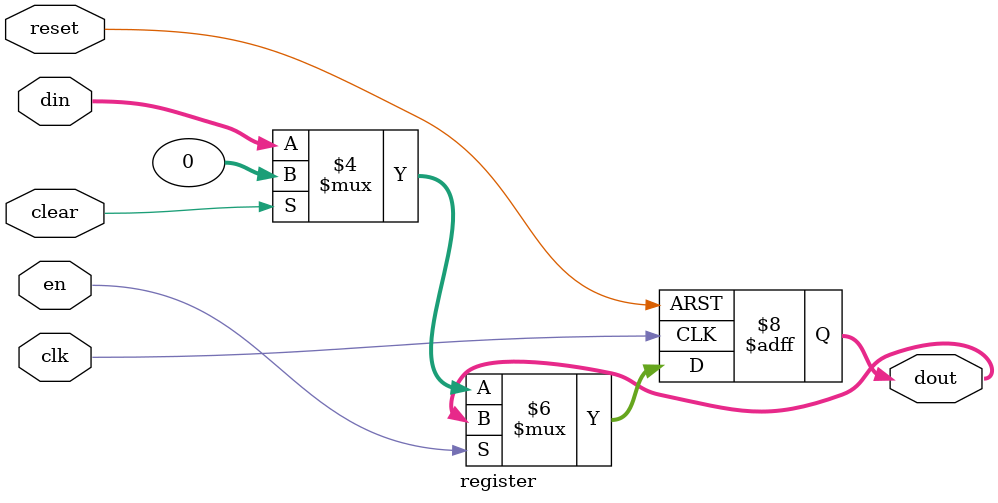
<source format=v>
module register #(parameter width = 32)(clk, reset, en, clear, din, dout);
	input clk;
	input reset;
	input en;
	input clear;
	input [width-1:0] din;
	output reg [width-1:0] dout;
	
	always@(posedge clk or posedge reset)
		if(reset)
			dout <= 0;
		else 
			if(~en)
				if(clear)
					dout <= 0;
				else
					dout <= din;
endmodule

</source>
